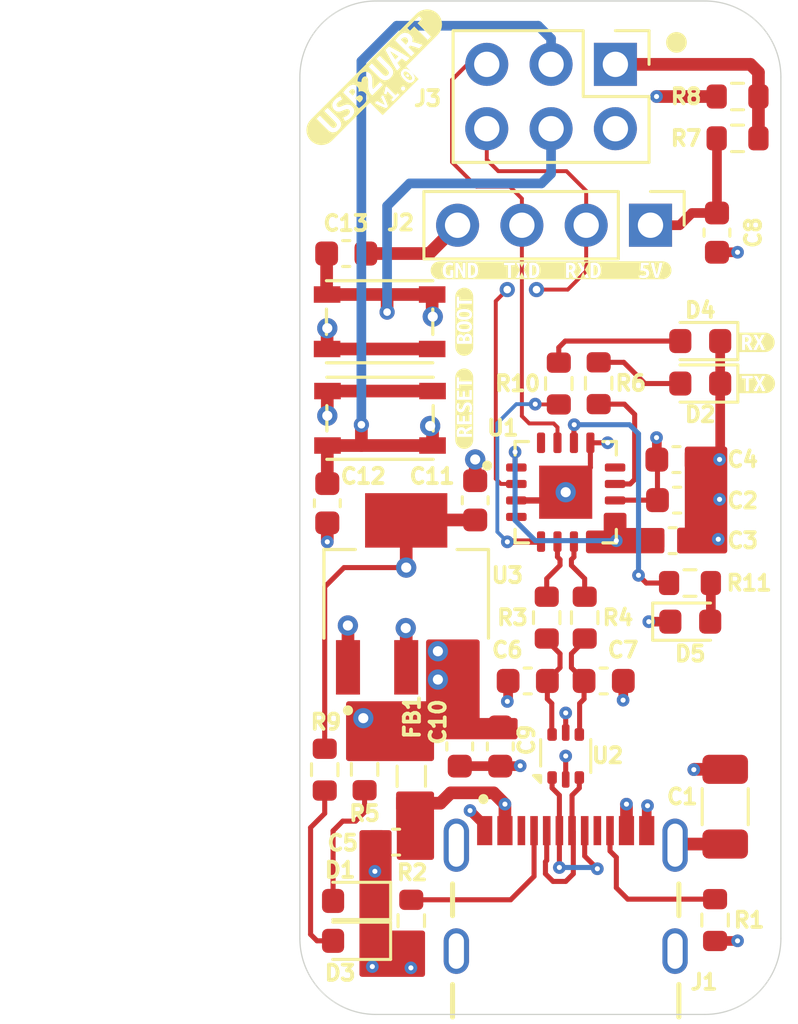
<source format=kicad_pcb>
(kicad_pcb (version 20240108) (generator "pcbnew") (generator_version "8.0")
  (layers (0 "F.Cu" signal) (1 "In1.Cu" signal) (2 "In2.Cu" signal) (31 "B.Cu" signal) (34 "B.Paste" user) (35 "F.Paste" user) (36 "B.SilkS" user "B.Silkscreen") (37 "F.SilkS" user "F.Silkscreen") (38 "B.Mask" user) (39 "F.Mask" user) (44 "Edge.Cuts" user))
  (net 0 "")
  (net 1 "GND")
  (net 2 "Net-(J1-SHELL_GND)")
  (net 3 "+5V")
  (net 4 "Net-(U1-3V3OUT)")
  (net 5 "/VBUS")
  (net 6 "/USB_P")
  (net 7 "/USB_N")
  (net 8 "+3V3")
  (net 9 "Net-(D1-A)")
  (net 10 "Net-(D2-A)")
  (net 11 "Net-(D3-A)")
  (net 12 "Net-(D4-A)")
  (net 13 "Net-(D5-A)")
  (net 15 "Net-(J1-CC2)")
  (net 17 "Net-(J1-CC1)")
  (net 18 "/TXD")
  (net 19 "/RXD")
  (net 20 "Net-(J3-Pin_1)")
  (net 21 "/USB2_P")
  (net 22 "/USB2_N")
  (net 23 "Net-(U1-CBUS1)")
  (net 24 "Net-(U1-CBUS2)")
  (net 25 "Net-(U1-CBUS3)")
  (net 29 "/D_P")
  (net 30 "/D_N")
  (footprint "Capacitor_SMD:C_0603_1608Metric" (layer "F.Cu") (at 134.9248 80.7082 90)
    (property "Reference" "C11" (at 0.9522 -1.7018 180) (layer "F.SilkS") (effects (font (size 0.6 0.6))))
    (property "Value" "1u")
    (pad "1" smd roundrect (at -0.775 0 90) (size 0.9 0.95) (layers "F.Cu" "F.Paste" "F.Mask") (net 8 "+3V3"))
    (pad "2" smd roundrect (at 0.775 0 90) (size 0.9 0.95) (layers "F.Cu" "F.Paste" "F.Mask") (net 1 "GND"))
  )
  (footprint "kibuzzard-676AD2A0" (layer "F.Cu") (at 146.05 74.4728)
    (property "Reference" "kibuzzard-676AD2A0" (hide yes))
    (property "Value" "G***" (hide yes))
  )
  (footprint "Capacitor_SMD:C_0603_1608Metric" (layer "F.Cu") (at 131.8 94.2 180)
    (property "Reference" "C5" (at 2.1076 -0.034 0) (layer "F.SilkS") (effects (font (size 0.6 0.6))))
    (property "Value" "100n")
    (pad "1" smd roundrect (at -0.775 0 180) (size 0.9 0.95) (layers "F.Cu" "F.Paste" "F.Mask") (net 5 "/VBUS"))
    (pad "2" smd roundrect (at 0.775 0 180) (size 0.9 0.95) (layers "F.Cu" "F.Paste" "F.Mask") (net 1 "GND"))
  )
  (footprint "LED_SMD:LED_0603_1608Metric" (layer "F.Cu") (at 143.8148 74.422 180)
    (property "Reference" "D4" (at 0 1.2192 0) (layer "F.SilkS") (effects (font (size 0.6 0.6))))
    (property "Value" "TX")
    (pad "1" smd roundrect (at -0.7875 0 180) (size 0.875 0.95) (layers "F.Cu" "F.Paste" "F.Mask") (net 1 "GND"))
    (pad "2" smd roundrect (at 0.7875 0 180) (size 0.875 0.95) (layers "F.Cu" "F.Paste" "F.Mask") (net 12 "Net-(D4-A)"))
  )
  (footprint "Capacitor_SMD:C_1206_3216Metric" (layer "F.Cu") (at 144.8 92.8 90)
    (property "Reference" "C1" (at 0.3948 -1.6964 180) (layer "F.SilkS") (effects (font (size 0.6 0.6))))
    (property "Value" "1n / 2kV")
    (pad "1" smd roundrect (at -1.475 0 90) (size 1.15 1.8) (layers "F.Cu" "F.Paste" "F.Mask") (roundrect_rratio 0.217391) (net 2 "Net-(J1-SHELL_GND)"))
    (pad "2" smd roundrect (at 1.475 0 90) (size 1.15 1.8) (layers "F.Cu" "F.Paste" "F.Mask") (roundrect_rratio 0.217391) (net 1 "GND"))
  )
  (footprint "Capacitor_SMD:C_0603_1608Metric" (layer "F.Cu") (at 129.0828 80.8228 -90)
    (property "Reference" "C12" (at -1.0668 -1.4224 180) (layer "F.SilkS") (effects (font (size 0.6 0.6))))
    (property "Value" "100n")
    (pad "1" smd roundrect (at -0.775 0 270) (size 0.9 0.95) (layers "F.Cu" "F.Paste" "F.Mask") (net 8 "+3V3"))
    (pad "2" smd roundrect (at 0.775 0 270) (size 0.9 0.95) (layers "F.Cu" "F.Paste" "F.Mask") (net 1 "GND"))
  )
  (footprint "Package_TO_SOT_SMD:SOT-666" (layer "F.Cu") (at 138.5 90.8 90)
    (property "Reference" "U2" (at 0.0204 1.6572 180) (layer "F.SilkS") (effects (font (size 0.6 0.6))))
    (property "Value" "USBLC6")
    (pad "1" smd roundrect (at -0.85 -0.5375 90) (size 0.5 0.375) (layers "F.Cu" "F.Paste" "F.Mask") (net 29 "/D_P"))
    (pad "2" smd roundrect (at -0.925 0 90) (size 0.65 0.3) (layers "F.Cu" "F.Paste" "F.Mask") (net 1 "GND"))
    (pad "3" smd roundrect (at -0.85 0.5375 90) (size 0.5 0.375) (layers "F.Cu" "F.Paste" "F.Mask") (net 30 "/D_N"))
    (pad "4" smd roundrect (at 0.85 0.5375 90) (size 0.5 0.375) (layers "F.Cu" "F.Paste" "F.Mask") (net 7 "/USB_N"))
    (pad "5" smd roundrect (at 0.925 0 90) (size 0.65 0.3) (layers "F.Cu" "F.Paste" "F.Mask") (net 3 "+5V"))
    (pad "6" smd roundrect (at 0.85 -0.5375 90) (size 0.5 0.375) (layers "F.Cu" "F.Paste" "F.Mask") (net 6 "/USB_P"))
  )
  (footprint "Inductor_SMD:L_0805_2012Metric" (layer "F.Cu") (at 132.4 91.6 90)
    (property "Reference" "FB1" (at 2.3444 0.0356 -90) (layer "F.SilkS") (effects (font (size 0.6 0.6))))
    (property "Value" "600R")
    (pad "1" smd roundrect (at -1.0625 0 90) (size 0.875 1.2) (layers "F.Cu" "F.Paste" "F.Mask") (net 5 "/VBUS"))
    (pad "2" smd roundrect (at 1.0625 0 90) (size 0.875 1.2) (layers "F.Cu" "F.Paste" "F.Mask") (net 3 "+5V"))
  )
  (footprint "Resistor_SMD:R_0603_1608Metric" (layer "F.Cu") (at 143.4084 83.9724)
    (property "Reference" "R11" (at 2.3368 0 0) (layer "F.SilkS") (effects (font (size 0.6 0.6))))
    (property "Value" "500R")
    (pad "1" smd roundrect (at -0.825 0) (size 0.8 0.95) (layers "F.Cu" "F.Paste" "F.Mask") (net 25 "Net-(U1-CBUS3)"))
    (pad "2" smd roundrect (at 0.825 0) (size 0.8 0.95) (layers "F.Cu" "F.Paste" "F.Mask") (net 13 "Net-(D5-A)"))
  )
  (footprint "LED_SMD:LED_0603_1608Metric" (layer "F.Cu") (at 143.8148 76.0984 180)
    (property "Reference" "D2" (at 0 -1.2192 0) (layer "F.SilkS") (effects (font (size 0.6 0.6))))
    (property "Value" "RX")
    (pad "1" smd roundrect (at -0.7875 0 180) (size 0.875 0.95) (layers "F.Cu" "F.Paste" "F.Mask") (net 1 "GND"))
    (pad "2" smd roundrect (at 0.7875 0 180) (size 0.875 0.95) (layers "F.Cu" "F.Paste" "F.Mask") (net 10 "Net-(D2-A)"))
  )
  (footprint "Capacitor_SMD:C_0603_1608Metric" (layer "F.Cu") (at 135.9152 90.424 -90)
    (property "Reference" "C9" (at -0.254 -1.0416 -90) (layer "F.SilkS") (effects (font (size 0.6 0.6))))
    (property "Value" "100n")
    (pad "1" smd roundrect (at -0.775 0 270) (size 0.9 0.95) (layers "F.Cu" "F.Paste" "F.Mask") (net 3 "+5V"))
    (pad "2" smd roundrect (at 0.775 0 270) (size 0.9 0.95) (layers "F.Cu" "F.Paste" "F.Mask") (net 1 "GND"))
  )
  (footprint "Resistor_SMD:R_0603_1608Metric" (layer "F.Cu") (at 138.2268 76.0984 90)
    (property "Reference" "R10" (at 0 -1.6256 180) (layer "F.SilkS") (effects (font (size 0.6 0.6))))
    (property "Value" "500R")
    (pad "1" smd roundrect (at -0.825 0 90) (size 0.8 0.95) (layers "F.Cu" "F.Paste" "F.Mask") (net 24 "Net-(U1-CBUS2)"))
    (pad "2" smd roundrect (at 0.825 0 90) (size 0.8 0.95) (layers "F.Cu" "F.Paste" "F.Mask") (net 12 "Net-(D4-A)"))
  )
  (footprint "Connector_PinHeader_2.54mm:PinHeader_1x04_P2.54mm_Vertical" (layer "F.Cu") (at 141.849 69.85 -90)
    (property "Reference" "J2" (at -0.1016 9.8706 180) (layer "F.SilkS") (effects (font (size 0.6 0.6))))
    (property "Value" "UART Header")
    (pad "1" thru_hole rect (at 0 0 270) (size 1.7 1.7) (drill 1) (layers "*.Cu" "*.Mask") (net 3 "+5V"))
    (pad "2" thru_hole oval (at 0 2.54 270) (size 1.7 1.7) (drill 1) (layers "*.Cu" "*.Mask") (net 19 "/RXD"))
    (pad "3" thru_hole oval (at 0 5.08 270) (size 1.7 1.7) (drill 1) (layers "*.Cu" "*.Mask") (net 18 "/TXD"))
    (pad "4" thru_hole oval (at 0 7.62 270) (size 1.7 1.7) (drill 1) (layers "*.Cu" "*.Mask") (net 1 "GND"))
  )
  (footprint "Capacitor_SMD:C_0603_1608Metric" (layer "F.Cu") (at 137 87.8375 180)
    (property "Reference" "C6" (at 0.8052 1.2235 0) (layer "F.SilkS") (effects (font (size 0.6 0.6))))
    (property "Value" "47p")
    (pad "1" smd roundrect (at -0.775 0 180) (size 0.9 0.95) (layers "F.Cu" "F.Paste" "F.Mask") (net 6 "/USB_P"))
    (pad "2" smd roundrect (at 0.775 0 180) (size 0.9 0.95) (layers "F.Cu" "F.Paste" "F.Mask") (net 1 "GND"))
  )
  (footprint "kibuzzard-676ADB82" (layer "F.Cu") (at 134.493 77.089 90)
    (property "Reference" "kibuzzard-676ADB82" (hide yes))
    (property "Value" "G***" (hide yes))
  )
  (footprint "Resistor_SMD:R_0603_1608Metric" (layer "F.Cu") (at 145.288 64.77)
    (property "Reference" "R8" (at -2.032 0 0) (layer "F.SilkS") (effects (font (size 0.6 0.6))))
    (property "Value" "0R")
    (pad "1" smd roundrect (at -0.825 0) (size 0.8 0.95) (layers "F.Cu" "F.Paste" "F.Mask") (net 8 "+3V3"))
    (pad "2" smd roundrect (at 0.825 0) (size 0.8 0.95) (layers "F.Cu" "F.Paste" "F.Mask") (net 20 "Net-(J3-Pin_1)"))
  )
  (footprint "LED_SMD:LED_0603_1608Metric" (layer "F.Cu") (at 130.0988 96.52 180)
    (property "Reference" "D1" (at 0.508 1.2192 0) (layer "F.SilkS") (effects (font (size 0.6 0.6))))
    (property "Value" "5V POWER")
    (pad "1" smd roundrect (at -0.7875 0 180) (size 0.875 0.95) (layers "F.Cu" "F.Paste" "F.Mask") (net 1 "GND"))
    (pad "2" smd roundrect (at 0.7875 0 180) (size 0.875 0.95) (layers "F.Cu" "F.Paste" "F.Mask") (net 9 "Net-(D1-A)"))
  )
  (footprint "kibuzzard-676AD395" (layer "F.Cu") (at 130.937 64.008 45)
    (property "Reference" "kibuzzard-676AD395" (hide yes))
    (property "Value" "G***" (hide yes))
  )
  (footprint "Resistor_SMD:R_0603_1608Metric" (layer "F.Cu") (at 130.556 91.3262 -90)
    (property "Reference" "R5" (at 1.7394 0 180) (layer "F.SilkS") (effects (font (size 0.6 0.6))))
    (property "Value" "500R")
    (pad "1" smd roundrect (at -0.825 0 270) (size 0.8 0.95) (layers "F.Cu" "F.Paste" "F.Mask") (net 3 "+5V"))
    (pad "2" smd roundrect (at 0.825 0 270) (size 0.8 0.95) (layers "F.Cu" "F.Paste" "F.Mask") (net 9 "Net-(D1-A)"))
  )
  (footprint "Capacitor_SMD:C_0603_1608Metric" (layer "F.Cu") (at 142.875 79.1)
    (property "Reference" "C4" (at 2.6162 -0.0044 0) (layer "F.SilkS") (effects (font (size 0.6 0.6))))
    (property "Value" "4u7")
    (pad "1" smd roundrect (at -0.775 0) (size 0.9 0.95) (layers "F.Cu" "F.Paste" "F.Mask") (net 3 "+5V"))
    (pad "2" smd roundrect (at 0.775 0) (size 0.9 0.95) (layers "F.Cu" "F.Paste" "F.Mask") (net 1 "GND"))
  )
  (footprint "LED_SMD:LED_0603_1608Metric" (layer "F.Cu") (at 143.4206 85.4964)
    (property "Reference" "D5" (at 0 1.27 0) (layer "F.SilkS") (effects (font (size 0.6 0.6))))
    (property "Value" "SUSPEND")
    (pad "1" smd roundrect (at -0.7875 0) (size 0.875 0.95) (layers "F.Cu" "F.Paste" "F.Mask") (net 1 "GND"))
    (pad "2" smd roundrect (at 0.7875 0) (size 0.875 0.95) (layers "F.Cu" "F.Paste" "F.Mask") (net 13 "Net-(D5-A)"))
  )
  (footprint "Capacitor_SMD:C_0603_1608Metric" (layer "F.Cu") (at 134.3152 90.424 -90)
    (property "Reference" "C10" (at -0.9652 0.8636 -90) (layer "F.SilkS") (effects (font (size 0.6 0.6))))
    (property "Value" "1u")
    (pad "1" smd roundrect (at -0.775 0 270) (size 0.9 0.95) (layers "F.Cu" "F.Paste" "F.Mask") (net 3 "+5V"))
    (pad "2" smd roundrect (at 0.775 0 270) (size 0.9 0.95) (layers "F.Cu" "F.Paste" "F.Mask") (net 1 "GND"))
  )
  (footprint "Connector_PinHeader_2.54mm:PinHeader_2x03_P2.54mm_Vertical" (layer "F.Cu") (at 140.462 63.5 -90)
    (property "Reference" "J3" (at 1.3462 7.4168 180) (layer "F.SilkS") (effects (font (size 0.6 0.6))))
    (property "Value" "TC2030")
    (pad "1" thru_hole rect (at 0 0 270) (size 1.7 1.7) (drill 1) (layers "*.Cu" "*.Mask") (net 20 "Net-(J3-Pin_1)"))
    (pad "2" thru_hole oval (at 2.54 0 270) (size 1.7 1.7) (drill 1) (layers "*.Cu" "*.Mask") (net 1 "GND"))
    (pad "3" thru_hole oval (at 0 2.54 270) (size 1.7 1.7) (drill 1) (layers "*.Cu" "*.Mask") (net 8 "+3V3"))
    (pad "4" thru_hole oval (at 2.54 2.54 270) (size 1.7 1.7) (drill 1) (layers "*.Cu" "*.Mask") (net 8 "+3V3"))
    (pad "5" thru_hole oval (at 0 5.08 270) (size 1.7 1.7) (drill 1) (layers "*.Cu" "*.Mask") (net 18 "/TXD"))
    (pad "6" thru_hole oval (at 2.54 5.08 270) (size 1.7 1.7) (drill 1) (layers "*.Cu" "*.Mask") (net 19 "/RXD"))
  )
  (footprint "USB2UART:USB4105" (layer "F.Cu") (at 138.5 98.5)
    (property "Reference" "J1" (at 5.4672 1.2204 0) (layer "F.SilkS") (effects (font (size 0.6 0.6))))
    (property "Value" "USB4105")
    (pad "" np_thru_hole circle (at -2.89 -3.68) (size 0.65 0.65) (drill 0.65) (layers "*.Cu" "*.Mask"))
    (pad "" np_thru_hole circle (at 2.89 -3.68) (size 0.65 0.65) (drill 0.65) (layers "*.Cu" "*.Mask"))
    (pad "A1_B12" smd rect (at -3.2 -4.755) (size 0.6 1.15) (layers "F.Cu" "F.Paste") (net 1 "GND"))
    (pad "A4_B9" smd rect (at -2.4 -4.755) (size 0.6 1.15) (layers "F.Cu" "F.Paste") (net 5 "/VBUS"))
    (pad "A5" smd rect (at -1.25 -4.755) (size 0.3 1.15) (layers "F.Cu" "F.Paste") (net 17 "Net-(J1-CC1)"))
    (pad "A6" smd rect (at -0.25 -4.755) (size 0.3 1.15) (layers "F.Cu" "F.Paste") (net 29 "/D_P"))
    (pad "A7" smd rect (at 0.25 -4.755) (size 0.3 1.15) (layers "F.Cu" "F.Paste") (net 30 "/D_N"))
    (pad "A8" smd rect (at 1.25 -4.755) (size 0.3 1.15) (layers "F.Cu" "F.Paste"))
    (pad "B1_A12" smd rect (at 3.2 -4.755) (size 0.6 1.15) (layers "F.Cu" "F.Paste") (net 1 "GND"))
    (pad "B4_A9" smd rect (at 2.4 -4.755) (size 0.6 1.15) (layers "F.Cu" "F.Paste") (net 5 "/VBUS"))
    (pad "B5" smd rect (at 1.75 -4.755) (size 0.3 1.15) (layers "F.Cu" "F.Paste") (net 15 "Net-(J1-CC2)"))
    (pad "B6" smd rect (at 0.75 -4.755) (size 0.3 1.15) (layers "F.Cu" "F.Paste") (net 29 "/D_P"))
    (pad "B7" smd rect (at -0.75 -4.755) (size 0.3 1.15) (layers "F.Cu" "F.Paste") (net 30 "/D_N"))
    (pad "B8" smd rect (at -1.75 -4.755) (size 0.3 1.15) (layers "F.Cu" "F.Paste"))
    (pad "SH1" thru_hole oval (at -4.32 -4.18) (size 1 2.1) (drill oval 0.6 1.7) (layers "*.Cu" "*.Mask") (net 2 "Net-(J1-SHELL_GND)"))
    (pad "SH2" thru_hole oval (at 4.32 -4.18) (size 1 2.1) (drill oval 0.6 1.7) (layers "*.Cu" "*.Mask") (net 2 "Net-(J1-SHELL_GND)"))
    (pad "SH3" thru_hole oval (at -4.32 0) (size 1 1.8) (drill oval 0.6 1.4) (layers "*.Cu" "*.Mask") (net 2 "Net-(J1-SHELL_GND)"))
    (pad "SH4" thru_hole oval (at 4.32 0) (size 1 1.8) (drill oval 0.6 1.4) (layers "*.Cu" "*.Mask") (net 2 "Net-(J1-SHELL_GND)"))
  )
  (footprint "LED_SMD:LED_0603_1608Metric" (layer "F.Cu") (at 130.0988 98.0948 180)
    (property "Reference" "D3" (at 0.508 -1.27 0) (layer "F.SilkS") (effects (font (size 0.6 0.6))))
    (property "Value" "3V3 POWER")
    (pad "1" smd roundrect (at -0.7875 0 180) (size 0.875 0.95) (layers "F.Cu" "F.Paste" "F.Mask") (net 1 "GND"))
    (pad "2" smd roundrect (at 0.7875 0 180) (size 0.875 0.95) (layers "F.Cu" "F.Paste" "F.Mask") (net 11 "Net-(D3-A)"))
  )
  (footprint "Capacitor_SMD:C_0603_1608Metric" (layer "F.Cu") (at 142.725 82.3)
    (property "Reference" "C3" (at 2.7662 -0.004 0) (layer "F.SilkS") (effects (font (size 0.6 0.6))))
    (property "Value" "100n")
    (pad "1" smd roundrect (at -0.775 0) (size 0.9 0.95) (layers "F.Cu" "F.Paste" "F.Mask") (net 4 "Net-(U1-3V3OUT)"))
    (pad "2" smd roundrect (at 0.775 0) (size 0.9 0.95) (layers "F.Cu" "F.Paste" "F.Mask") (net 1 "GND"))
  )
  (footprint "Capacitor_SMD:C_0603_1608Metric" (layer "F.Cu") (at 144.4752 70.1418 -90)
    (property "Reference" "C8" (at 0 -1.43 90) (layer "F.SilkS") (effects (font (size 0.6 0.6))))
    (property "Value" "100n")
    (pad "1" smd roundrect (at -0.775 0 270) (size 0.9 0.95) (layers "F.Cu" "F.Paste" "F.Mask") (net 3 "+5V"))
    (pad "2" smd roundrect (at 0.775 0 270) (size 0.9 0.95) (layers "F.Cu" "F.Paste" "F.Mask") (net 1 "GND"))
  )
  (footprint "Capacitor_SMD:C_0603_1608Metric" (layer "F.Cu") (at 142.9 80.7)
    (property "Reference" "C2" (at 2.5912 0.0212 0) (layer "F.SilkS") (effects (font (size 0.6 0.6))))
    (property "Value" "100n")
    (pad "1" smd roundrect (at -0.775 0) (size 0.9 0.95) (layers "F.Cu" "F.Paste" "F.Mask") (net 3 "+5V"))
    (pad "2" smd roundrect (at 0.775 0) (size 0.9 0.95) (layers "F.Cu" "F.Paste" "F.Mask") (net 1 "GND"))
  )
  (footprint "USB2UART:VREG_TLV1117LV33DCYR" (layer "F.Cu") (at 132.2 84.4 90)
    (property "Reference" "U3" (at 0.7324 3.9948 180) (layer "F.SilkS") (effects (font (size 0.6 0.6))))
    (property "Value" "TLV1117")
    (pad "1" smd rect (at -2.9 -2.3 90) (size 2.15 0.95) (layers "F.Cu" "F.Paste" "F.Mask") (net 1 "GND"))
    (pad "2" smd rect (at -2.9 0 90) (size 2.15 0.95) (layers "F.Cu" "F.Paste" "F.Mask") (net 8 "+3V3"))
    (pad "3" smd rect (at -2.9 2.3 90) (size 2.15 0.95) (layers "F.Cu" "F.Paste" "F.Mask") (net 3 "+5V"))
    (pad "4" smd rect (at 2.9 0 90) (size 2.15 3.25) (layers "F.Cu" "F.Paste" "F.Mask") (net 8 "+3V3"))
  )
  (footprint "USB2UART:FT230XQ-QFN65P" (layer "F.Cu") (at 138.5 80.3875)
    (property "Reference" "U1" (at -2.483 -2.5365 0) (layer "F.SilkS") (effects (font (size 0.6 0.6))))
    (property "Value" "FT230")
    (pad "1" smd roundrect (at -1.95 -0.975) (size 0.81 0.32) (layers "F.Cu" "F.Paste" "F.Mask") (net 4 "Net-(U1-3V3OUT)"))
    (pad "2" smd roundrect (at -1.95 -0.325) (size 0.81 0.32) (layers "F.Cu" "F.Paste" "F.Mask") (net 19 "/RXD"))
    (pad "3" smd roundrect (at -1.95 0.325) (size 0.81 0.32) (layers "F.Cu" "F.Paste" "F.Mask") (net 1 "GND"))
    (pad "4" smd roundrect (at -1.95 0.975) (size 0.81 0.32) (layers "F.Cu" "F.Paste" "F.Mask"))
    (pad "5" smd roundrect (at -0.975 1.95) (size 0.32 0.81) (layers "F.Cu" "F.Paste" "F.Mask") (net 24 "Net-(U1-CBUS2)"))
    (pad "6" smd roundrect (at -0.325 1.95) (size 0.32 0.81) (layers "F.Cu" "F.Paste" "F.Mask") (net 21 "/USB2_P"))
    (pad "7" smd roundrect (at 0.325 1.95) (size 0.32 0.81) (layers "F.Cu" "F.Paste" "F.Mask") (net 22 "/USB2_N"))
    (pad "8" smd roundrect (at 0.975 1.95) (size 0.32 0.81) (layers "F.Cu" "F.Paste" "F.Mask") (net 4 "Net-(U1-3V3OUT)"))
    (pad "9" smd roundrect (at 1.95 0.975) (size 0.81 0.32) (layers "F.Cu" "F.Paste" "F.Mask") (net 4 "Net-(U1-3V3OUT)"))
    (pad "10" smd roundrect (at 1.95 0.325) (size 0.81 0.32) (layers "F.Cu" "F.Paste" "F.Mask") (net 3 "+5V"))
    (pad "11" smd roundrect (at 1.95 -0.325) (size 0.81 0.32) (layers "F.Cu" "F.Paste" "F.Mask") (net 23 "Net-(U1-CBUS1)"))
    (pad "12" smd roundrect (at 1.95 -0.975) (size 0.81 0.32) (layers "F.Cu" "F.Paste" "F.Mask"))
    (pad "13" smd roundrect (at 0.975 -1.95) (size 0.32 0.81) (layers "F.Cu" "F.Paste" "F.Mask") (net 1 "GND"))
    (pad "14" smd roundrect (at 0.325 -1.95) (size 0.32 0.81) (layers "F.Cu" "F.Paste" "F.Mask") (net 25 "Net-(U1-CBUS3)"))
    (pad "15" smd roundrect (at -0.325 -1.95) (size 0.32 0.81) (layers "F.Cu" "F.Paste" "F.Mask") (net 18 "/TXD"))
    (pad "16" smd roundrect (at -0.975 -1.95) (size 0.32 0.81) (layers "F.Cu" "F.Paste" "F.Mask"))
    (pad "17" smd rect (at 0 0) (size 2.1 2.1) (layers "F.Cu" "F.Mask") (net 1 "GND"))
  )
  (footprint "Resistor_SMD:R_0603_1608Metric" (layer "F.Cu") (at 145.288 66.421)
    (property "Reference" "R7" (at -2.032 0 0) (layer "F.SilkS") (effects (font (size 0.6 0.6))))
    (property "Value" "0R")
    (pad "1" smd roundrect (at -0.825 0) (size 0.8 0.95) (layers "F.Cu" "F.Paste" "F.Mask") (net 3 "+5V"))
    (pad "2" smd roundrect (at 0.825 0) (size 0.8 0.95) (layers "F.Cu" "F.Paste" "F.Mask") (net 20 "Net-(J3-Pin_1)"))
  )
  (footprint "Resistor_SMD:R_0603_1608Metric" (layer "F.Cu") (at 139.8016 76.0862 90)
    (property "Reference" "R6" (at 0 1.27 180) (layer "F.SilkS") (effects (font (size 0.6 0.6))))
    (property "Value" "500R")
    (pad "1" smd roundrect (at -0.825 0 90) (size 0.8 0.95) (layers "F.Cu" "F.Paste" "F.Mask") (net 23 "Net-(U1-CBUS1)"))
    (pad "2" smd roundrect (at 0.825 0 90) (size 0.8 0.95) (layers "F.Cu" "F.Paste" "F.Mask") (net 10 "Net-(D2-A)"))
  )
  (footprint "USB2UART:SW_PTS810_SJM_250_SMTR_LFS" (layer "F.Cu") (at 131.1656 77.47 180)
    (property "Reference" "SW2" (hide yes))
    (property "Value" "EN")
    (pad "1" smd rect (at -2.075 -1.075 180) (size 1.05 0.65) (layers "F.Cu" "F.Paste" "F.Mask") (net 8 "+3V3"))
    (pad "2" smd rect (at 2.075 -1.075 180) (size 1.05 0.65) (layers "F.Cu" "F.Paste" "F.Mask") (net 8 "+3V3"))
    (pad "3" smd rect (at -2.075 1.075 180) (size 1.05 0.65) (layers "F.Cu" "F.Paste" "F.Mask") (net 1 "GND"))
    (pad "4" smd rect (at 2.075 1.075 180) (size 1.05 0.65) (layers "F.Cu" "F.Paste" "F.Mask") (net 1 "GND"))
  )
  (footprint "USB2UART:SW_PTS810_SJM_250_SMTR_LFS" (layer "F.Cu") (at 131.1495 73.66)
    (property "Reference" "SW1" (hide yes))
    (property "Value" "BOOT")
    (pad "1" smd rect (at -2.075 -1.075) (size 1.05 0.65) (layers "F.Cu" "F.Paste" "F.Mask") (net 8 "+3V3"))
    (pad "2" smd rect (at 2.075 -1.075) (size 1.05 0.65) (layers "F.Cu" "F.Paste" "F.Mask") (net 8 "+3V3"))
    (pad "3" smd rect (at -2.075 1.075) (size 1.05 0.65) (layers "F.Cu" "F.Paste" "F.Mask") (net 1 "GND"))
    (pad "4" smd rect (at 2.075 1.075) (size 1.05 0.65) (layers "F.Cu" "F.Paste" "F.Mask") (net 1 "GND"))
  )
  (footprint "kibuzzard-676AD42F" (layer "F.Cu") (at 137.922 71.628)
    (property "Reference" "kibuzzard-676AD42F" (hide yes))
    (property "Value" "G***" (hide yes))
  )
  (footprint "Capacitor_SMD:C_0603_1608Metric" (layer "F.Cu") (at 140 87.8375)
    (property "Reference" "C7" (at 0.7668 -1.2235 0) (layer "F.SilkS") (effects (font (size 0.6 0.6))))
    (property "Value" "47p")
    (pad "1" smd roundrect (at -0.775 0) (size 0.9 0.95) (layers "F.Cu" "F.Paste" "F.Mask") (net 7 "/USB_N"))
    (pad "2" smd roundrect (at 0.775 0) (size 0.9 0.95) (layers "F.Cu" "F.Paste" "F.Mask") (net 1 "GND"))
  )
  (footprint "kibuzzard-676AD3C3" (layer "F.Cu") (at 131.699 64.516 45)
    (property "Reference" "kibuzzard-676AD3C3" (hide yes))
    (property "Value" "G***" (hide yes))
  )
  (footprint "Resistor_SMD:R_0603_1608Metric" (layer "F.Cu") (at 144.4 97.275 -90)
    (property "Reference" "R1" (at 0 -1.3452 180) (layer "F.SilkS") (effects (font (size 0.6 0.6))))
    (property "Value" "5K1")
    (pad "1" smd roundrect (at -0.825 0 270) (size 0.8 0.95) (layers "F.Cu" "F.Paste" "F.Mask") (net 15 "Net-(J1-CC2)"))
    (pad "2" smd roundrect (at 0.825 0 270) (size 0.8 0.95) (layers "F.Cu" "F.Paste" "F.Mask") (net 1 "GND"))
  )
  (footprint "kibuzzard-676ADB76" (layer "F.Cu") (at 134.493 73.66 90)
    (property "Reference" "kibuzzard-676ADB76" (hide yes))
    (property "Value" "G***" (hide yes))
  )
  (footprint "Resistor_SMD:R_0603_1608Metric" (layer "F.Cu") (at 137.75 85.3375 90)
    (property "Reference" "R3" (at 0 -1.352 180) (layer "F.SilkS") (effects (font (size 0.6 0.6))))
    (property "Value" "27R")
    (pad "1" smd roundrect (at -0.825 0 90) (size 0.8 0.95) (layers "F.Cu" "F.Paste" "F.Mask") (net 6 "/USB_P"))
    (pad "2" smd roundrect (at 0.825 0 90) (size 0.8 0.95) (layers "F.Cu" "F.Paste" "F.Mask") (net 21 "/USB2_P"))
  )
  (footprint "Capacitor_SMD:C_0603_1608Metric" (layer "F.Cu") (at 129.8318 70.9676)
    (property "Reference" "C13" (at -0.0124 -1.1938 0) (layer "F.SilkS") (effects (font (size 0.6 0.6))))
    (property "Value" "100n")
    (pad "1" smd roundrect (at -0.775 0) (size 0.9 0.95) (layers "F.Cu" "F.Paste" "F.Mask") (net 8 "+3V3"))
    (pad "2" smd roundrect (at 0.775 0) (size 0.9 0.95) (layers "F.Cu" "F.Paste" "F.Mask") (net 1 "GND"))
  )
  (footprint "Resistor_SMD:R_0603_1608Metric" (layer "F.Cu") (at 139.25 85.3375 90)
    (property "Reference" "R4" (at 0 1.3136 180) (layer "F.SilkS") (effects (font (size 0.6 0.6))))
    (property "Value" "27R")
    (pad "1" smd roundrect (at -0.825 0 90) (size 0.8 0.95) (layers "F.Cu" "F.Paste" "F.Mask") (net 7 "/USB_N"))
    (pad "2" smd roundrect (at 0.825 0 90) (size 0.8 0.95) (layers "F.Cu" "F.Paste" "F.Mask") (net 22 "/USB2_N"))
  )
  (footprint "Resistor_SMD:R_0603_1608Metric" (layer "F.Cu") (at 128.9812 91.3384 -90)
    (property "Reference" "R9" (at -1.8796 -0.0508 180) (layer "F.SilkS") (effects (font (size 0.6 0.6))))
    (property "Value" "500R")
    (pad "1" smd roundrect (at -0.825 0 270) (size 0.8 0.95) (layers "F.Cu" "F.Paste" "F.Mask") (net 8 "+3V3"))
    (pad "2" smd roundrect (at 0.825 0 270) (size 0.8 0.95) (layers "F.Cu" "F.Paste" "F.Mask") (net 11 "Net-(D3-A)"))
  )
  (footprint "Resistor_SMD:R_0603_1608Metric" (layer "F.Cu") (at 132.4 97.3 -90)
    (property "Reference" "R2" (at -1.8976 -0.0356 180) (layer "F.SilkS") (effects (font (size 0.6 0.6))))
    (property "Value" "5K1")
    (pad "1" smd roundrect (at -0.825 0 270) (size 0.8 0.95) (layers "F.Cu" "F.Paste" "F.Mask") (net 17 "Net-(J1-CC1)"))
    (pad "2" smd roundrect (at 0.825 0 270) (size 0.8 0.95) (layers "F.Cu" "F.Paste" "F.Mask") (net 1 "GND"))
  )
  (footprint "kibuzzard-676AD2BA" (layer "F.Cu") (at 146.05 76.0984)
    (property "Reference" "kibuzzard-676AD2BA" (hide yes))
    (property "Value" "G***" (hide yes))
  )
  (gr_circle (center 142.875 62.63279) (end 143.23421 62.63279) (stroke (width 0.1)) (fill solid) (layer "F.SilkS"))
  (gr_line (start 144 101) (end 131 101) (stroke (width 0.05)) (layer "Edge.Cuts"))
  (gr_line (start 147 64) (end 147 98) (stroke (width 0.05)) (layer "Edge.Cuts"))
  (gr_arc (start 144 61) (mid 146.12132 61.87868) (end 147 64) (stroke (width 0.05)) (layer "Edge.Cuts"))
  (gr_arc (start 131 101) (mid 128.87868 100.12132) (end 128 98) (stroke (width 0.05)) (layer "Edge.Cuts"))
  (gr_arc (start 147 98) (mid 146.12132 100.12132) (end 144 101) (stroke (width 0.05)) (layer "Edge.Cuts"))
  (gr_line (start 131 61) (end 144 61) (stroke (width 0.05)) (layer "Edge.Cuts"))
  (gr_arc (start 128 64) (mid 128.87868 61.87868) (end 131 61) (stroke (width 0.05)) (layer "Edge.Cuts"))
  (gr_line (start 128 98) (end 128 64) (stroke (width 0.05)) (layer "Edge.Cuts"))
  (segment (start 133.1114 70.9676) (end 134.229 69.85) (width 0.5) (layer "F.Cu") (net 1))
  (segment (start 140.1549 78.4375) (end 140.1572 78.4352) (width 0.2) (layer "F.Cu") (net 1))
  (segment (start 136.6898 91.199) (end 136.7028 91.186) (width 0.381) (layer "F.Cu") (net 1))
  (segment (start 135.9152 91.199) (end 136.6898 91.199) (width 0.381) (layer "F.Cu") (net 1))
  (segment (start 134.9248 79.9332) (end 134.9248 79.0956) (width 0.5) (layer "F.Cu") (net 1))
  (segment (start 141.7 93.745) (end 141.7 92.7928) (width 0.381) (layer "F.Cu") (net 1))
  (segment (start 144.4752 70.9168) (end 145.288 70.9168) (width 0.381) (layer "F.Cu") (net 1))
  (segment (start 134.3152 91.199) (end 135.9152 91.199) (width 0.381) (layer "F.Cu") (net 1))
  (segment (start 135.3 93.5312) (end 134.7216 92.9528) (width 0.381) (layer "F.Cu") (net 1))
  (segment (start 129.0828 76.4028) (end 129.0828 77.3684) (width 0.5) (layer "F.Cu") (net 1))
  (segment (start 138.5 91.725) (end 138.5 90.8) (width 0.2) (layer "F.Cu") (net 1))
  (segment (start 136.225 87.8375) (end 136.225 88.6158) (width 0.381) (layer "F.Cu") (net 1))
  (segment (start 140.775 87.8375) (end 140.775 88.587) (width 0.381) (layer "F.Cu") (net 1))
  (segment (start 129.0745 73.9223) (end 129.0828 73.914) (width 0.5) (layer "F.Cu") (net 1))
  (segment (start 129.9 85.6532) (end 129.8956 85.6488) (width 0.5) (layer "F.Cu") (net 1))
  (segment (start 129.0745 74.735) (end 133.2245 74.735) (width 0.5) (layer "F.Cu") (net 1))
  (segment (start 143.5742 91.325) (end 143.5608 91.3384) (width 0.5) (layer "F.Cu") (net 1))
  (segment (start 142.6331 85.4964) (end 141.7828 85.4964) (width 0.381) (layer "F.Cu") (net 1))
  (segment (start 144.8 91.325) (end 143.5742 91.325) (width 0.5) (layer "F.Cu") (net 1))
  (segment (start 139.475 79.4125) (end 138.5 80.3875) (width 0.2) (layer "F.Cu") (net 1))
  (segment (start 144.6023 74.422) (end 144.6023 76.0984) (width 0.381) (layer "F.Cu") (net 1))
  (segment (start 144.6023 79.0701) (end 144.5768 79.0956) (width 0.381) (layer "F.Cu") (net 1))
  (segment (start 140.775 88.587) (end 140.7668 88.5952) (width 0.381) (layer "F.Cu") (net 1))
  (segment (start 139.475 78.4375) (end 140.1549 78.4375) (width 0.2) (layer "F.Cu") (net 1))
  (segment (start 129.0745 74.735) (end 129.0745 73.9223) (width 0.5) (layer "F.Cu") (net 1))
  (segment (start 144.6023 76.0984) (end 144.6023 79.0701) (width 0.381) (layer "F.Cu") (net 1))
  (segment (start 136.55 80.7125) (end 138.175 80.7125) (width 0.25) (layer "F.Cu") (net 1))
  (segment (start 129.0906 76.395) (end 129.0828 76.4028) (width 0.5) (layer "F.Cu") (net 1))
  (segment (start 129.0828 81.5978) (end 129.0828 82.3468) (width 0.5) (layer "F.Cu") (net 1))
  (segment (start 129.9 87.3) (end 129.9 85.6532) (width 0.5) (layer "F.Cu") (net 1))
  (segment (start 138.175 80.7125) (end 138.5 80.3875) (width 0.25) (layer "F.Cu") (net 1))
  (segment (start 145.2828 98.1) (end 145.288 98.0948) (width 0.381) (layer "F.Cu") (net 1))
  (segment (start 144.4 98.1) (end 145.2828 98.1) (width 0.381) (layer "F.Cu") (net 1))
  (segment (start 139.475 78.4375) (end 139.475 79.4125) (width 0.2) (layer "F.Cu") (net 1))
  (segment (start 136.225 88.6158) (end 136.1948 88.646) (width 0.381) (layer "F.Cu") (net 1))
  (segment (start 135.3 93.745) (end 135.3 93.5312) (width 0.381) (layer "F.Cu") (net 1))
  (segment (start 141.7 92.7928) (end 141.732 92.7608) (width 0.381) (layer "F.Cu") (net 1))
  (segment (start 129.0906 76.395) (end 133.2406 76.395) (width 0.5) (layer "F.Cu") (net 1))
  (segment (start 130.6068 70.9676) (end 133.1114 70.9676) (width 0.5) (layer "F.Cu") (net 1))
  (via (at 144.5768 79.0956) (size 0.5) (drill 0.2) (layers "F.Cu" "B.Cu") (net 1))
  (via (at 145.288 70.9168) (size 0.5) (drill 0.2) (layers "F.Cu" "B.Cu") (net 1))
  (via (at 144.5768 80.6704) (size 0.5) (drill 0.2) (layers "F.Cu" "B.Cu") (net 1))
  (via (at 138.5 80.3875) (size 0.8) (drill 0.4) (layers "F.Cu" "B.Cu") (net 1))
  (via (at 143.5608 91.3384) (size 0.5) (drill 0.2) (layers "F.Cu" "B.Cu") (net 1))
  (via (at 136.7028 91.186) (size 0.5) (drill 0.2) (layers "F.Cu" "B.Cu") (net 1))
  (via (at 129.0828 77.3684) (size 0.8) (drill 0.4) (layers "F.Cu" "B.Cu") (net 1))
  (via (at 145.288 98.0948) (size 0.5) (drill 0.2) (layers "F.Cu" "B.Cu") (net 1))
  (via (at 129.8956 85.6488) (size 0.8) (drill 0.4) (layers "F.Cu" "B.Cu") (net 1))
  (via (at 134.9248 79.0956) (size 0.8) (drill 0.4) (layers "F.Cu" "B.Cu") (net 1))
  (via (at 138.5 90.8) (size 0.5) (drill 0.2) (layers "F.Cu" "B.Cu") (net 1))
  (via (at 129.0828 82.3468) (size 0.5) (drill 0.2) (layers "F.Cu" "B.Cu") (net 1))
  (via (at 140.1572 78.4352) (size 0.5) (drill 0.2) (layers "F.Cu" "B.Cu") (net 1))
  (via (at 129.0828 73.914) (size 0.8) (drill 0.4) (layers "F.Cu" "B.Cu") (net 1))
  (via (at 130.9624 95.3516) (size 0.5) (drill 0.2) (layers "F.Cu" "B.Cu") (net 1))
  (via (at 136.1948 88.646) (size 0.5) (drill 0.2) (layers "F.Cu" "B.Cu") (net 1))
  (via (at 132.3848 99.1616) (size 0.5) (drill 0.2) (layers "F.Cu" "B.Cu") (net 1))
  (via (at 141.732 92.7608) (size 0.5) (drill 0.2) (layers "F.Cu" "B.Cu") (net 1))
  (via (at 141.7828 85.4964) (size 0.5) (drill 0.2) (layers "F.Cu" "B.Cu") (net 1))
  (via (at 140.7668 88.5952) (size 0.5) (drill 0.2) (layers "F.Cu" "B.Cu") (net 1))
  (via (at 134.7216 92.9528) (size 0.5) (drill 0.2) (layers "F.Cu" "B.Cu") (net 1))
  (via (at 130.8608 99.1108) (size 0.5) (drill 0.2) (layers "F.Cu" "B.Cu") (net 1))
  (via (at 144.526 82.2452) (size 0.5) (drill 0.2) (layers "F.Cu" "B.Cu") (net 1))
  (segment (start 142.865 94.275) (end 142.82 94.32) (width 0.5) (layer "F.Cu") (net 2))
  (segment (start 144.8 94.275) (end 142.865 94.275) (width 0.5) (layer "F.Cu") (net 2))
  (segment (start 138.5 89.875) (end 138.5 89.1) (width 0.2) (layer "F.Cu") (net 3))
  (segment (start 142.1 78.2444) (end 142.0876 78.232) (width 0.381) (layer "F.Cu") (net 3))
  (segment (start 144.4752 69.3668) (end 143.4852 69.3668) (width 0.381) (layer "F.Cu") (net 3))
  (segment (start 143.002 69.85) (end 141.849 69.85) (width 0.381) (layer "F.Cu") (net 3))
  (segment (start 142.1 79.1) (end 142.1 78.2444) (width 0.381) (layer "F.Cu") (net 3))
  (segment (start 144.4752 66.4332) (end 144.463 66.421) (width 0.381) (layer "F.Cu") (net 3))
  (segment (start 140.4625 80.7) (end 140.45 80.7125) (width 0.2) (layer "F.Cu") (net 3))
  (segment (start 143.4852 69.3668) (end 143.002 69.85) (width 0.381) (layer "F.Cu") (net 3))
  (segment (start 142.125 79.1) (end 142.125 80.7) (width 0.2) (layer "F.Cu") (net 3))
  (segment (start 142.125 80.7) (end 140.4625 80.7) (width 0.2) (layer "F.Cu") (net 3))
  (segment (start 144.4752 69.3668) (end 144.4752 66.4332) (width 0.381) (layer "F.Cu") (net 3))
  (via (at 138.5 89.1) (size 0.5) (drill 0.2) (layers "F.Cu" "B.Cu") (net 3))
  (via (at 130.5052 89.3064) (size 0.8) (drill 0.4) (layers "F.Cu" "B.Cu") (net 3))
  (via (at 133.4516 87.7824) (size 0.8) (drill 0.4) (layers "F.Cu" "B.Cu") (net 3))
  (via (at 142.0876 78.232) (size 0.5) (drill 0.2) (layers "F.Cu" "B.Cu") (net 3))
  (via (at 133.4516 86.6648) (size 0.8) (drill 0.4) (layers "F.Cu" "B.Cu") (net 3))
  (segment (start 136.5 78.8) (end 136.5 79.3625) (width 0.2) (layer "F.Cu") (net 4))
  (segment (start 136.5 79.3625) (end 136.55 79.4125) (width 0.2) (layer "F.Cu") (net 4))
  (via (at 140.5 82.3) (size 0.5) (drill 0.2) (layers "F.Cu" "B.Cu") (net 4))
  (via (at 136.5 78.8) (size 0.5) (drill 0.2) (layers "F.Cu" "B.Cu") (net 4))
  (segment (start 140.5 82.3) (end 137.3 82.3) (width 0.2) (layer "B.Cu") (net 4))
  (segment (start 136.5 81.5) (end 136.5 78.8) (width 0.2) (layer "B.Cu") (net 4))
  (segment (start 137.3 82.3) (end 136.5 81.5) (width 0.2) (layer "B.Cu") (net 4))
  (segment (start 136.1 93.745) (end 136.1 92.7) (width 0.5) (layer "F.Cu") (net 5))
  (segment (start 133.9596 92.2528) (end 133.5499 92.6625) (width 0.5) (layer "F.Cu") (net 5))
  (segment (start 140.9 93.745) (end 140.9 92.7) (width 0.5) (layer "F.Cu") (net 5))
  (segment (start 133.5499 92.6625) (end 132.4 92.6625) (width 0.5) (layer "F.Cu") (net 5))
  (segment (start 135.6528 92.2528) (end 133.9596 92.2528) (width 0.5) (layer "F.Cu") (net 5))
  (segment (start 136.1 92.7) (end 135.6528 92.2528) (width 0.5) (layer "F.Cu") (net 5))
  (via (at 136.1 92.7) (size 0.5) (drill 0.2) (layers "F.Cu" "B.Cu") (net 5))
  (via (at 140.9 92.7) (size 0.5) (drill 0.2) (layers "F.Cu" "B.Cu") (net 5))
  (segment (start 137.95 88.725001) (end 137.775 88.550001) (width 0.2) (layer "F.Cu") (net 6))
  (segment (start 137.9625 89.95) (end 137.95 89.9375) (width 0.2) (layer "F.Cu") (net 6))
  (segment (start 137.75 86.2375) (end 137.75 86.1625) (width 0.2) (layer "F.Cu") (net 6))
  (segment (start 137.775 87.8375) (end 137.775 87.8125) (width 0.2) (layer "F.Cu") (net 6))
  (segment (start 137.775 88.550001) (end 137.775 87.8375) (width 0.2) (layer "F.Cu") (net 6))
  (segment (start 137.95 89.9375) (end 137.95 88.725001) (width 0.2) (layer "F.Cu") (net 6))
  (segment (start 138.275 87.3125) (end 138.275 86.7625) (width 0.2) (layer "F.Cu") (net 6))
  (segment (start 138.275 86.7625) (end 137.75 86.2375) (width 0.2) (layer "F.Cu") (net 6))
  (segment (start 137.775 87.8125) (end 138.275 87.3125) (width 0.2) (layer "F.Cu") (net 6))
  (segment (start 139.05 88.725001) (end 139.225 88.550001) (width 0.2) (layer "F.Cu") (net 7))
  (segment (start 139.25 86.2375) (end 139.25 86.1625) (width 0.2) (layer "F.Cu") (net 7))
  (segment (start 139.225 87.8125) (end 138.725 87.3125) (width 0.2) (layer "F.Cu") (net 7))
  (segment (start 138.725 86.7625) (end 139.25 86.2375) (width 0.2) (layer "F.Cu") (net 7))
  (segment (start 138.725 87.3125) (end 138.725 86.7625) (width 0.2) (layer "F.Cu") (net 7))
  (segment (start 139.05 89.9375) (end 139.05 88.725001) (width 0.2) (layer "F.Cu") (net 7))
  (segment (start 139.225 88.550001) (end 139.225 87.8375) (width 0.2) (layer "F.Cu") (net 7))
  (segment (start 139.0375 89.95) (end 139.05 89.9375) (width 0.2) (layer "F.Cu") (net 7))
  (segment (start 139.225 87.8375) (end 139.225 87.8125) (width 0.2) (layer "F.Cu") (net 7))
  (segment (start 129.0568 70.9676) (end 129.0568 72.5673) (width 0.5) (layer "F.Cu") (net 8))
  (segment (start 131.445 72.585) (end 131.445 73.279) (width 0.5) (layer "F.Cu") (net 8))
  (segment (start 129.0745 72.585) (end 131.445 72.585) (width 0.5) (layer "F.Cu") (net 8))
  (segment (start 131.445 72.585) (end 133.2245 72.585) (width 0.5) (layer "F.Cu") (net 8))
  (segment (start 132.2 81.5) (end 132.2 83.3628) (width 0.5) (layer "F.Cu") (net 8))
  (segment (start 133.2406 78.545) (end 133.2406 77.8686) (width 0.5) (layer "F.Cu") (net 8))
  (segment (start 132.2168 81.4832) (end 132.2 81.5) (width 0.5) (layer "F.Cu") (net 8))
  (segment (start 132.2 87.3) (end 132.2 85.7688) (width 0.5) (layer "F.Cu") (net 8))
  (segment (start 128.9812 84.1248) (end 129.7432 83.3628) (width 0.2) (layer "F.Cu") (net 8))
  (segment (start 132.2 85.7688) (end 132.1816 85.7504) (width 0.5) (layer "F.Cu") (net 8))
  (segment (start 134.9248 81.4832) (end 132.2168 81.4832) (width 0.5) (layer "F.Cu") (net 8))
  (segment (start 129.0568 72.5673) (end 129.0745 72.585) (width 0.5) (layer "F.Cu") (net 8))
  (segment (start 129.0828 80.0478) (end 129.0828 78.5528) (width 0.5) (layer "F.Cu") (net 8))
  (segment (start 133.2245 72.585) (end 133.2245 73.4329) (width 0.5) (layer "F.Cu") (net 8))
  (segment (start 132.2 85.732) (end 132.1816 85.7504) (width 0.5) (layer "F.Cu") (net 8))
  (segment (start 128.9812 90.5134) (end 128.9812 84.1248) (width 0.2) (layer "F.Cu") (net 8))
  (segment (start 129.0828 78.5528) (end 129.0906 78.545) (width 0.5) (layer "F.Cu") (net 8))
  (segment (start 133.2406 77.8686) (end 133.1468 77.7748) (width 0.5) (layer "F.Cu") (net 8))
  (segment (start 133.2245 73.4329) (end 133.2484 73.4568) (width 0.5) (layer "F.Cu") (net 8))
  (segment (start 129.0906 78.545) (end 130.429 78.545) (width 0.5) (layer "F.Cu") (net 8))
  (segment (start 130.429 78.545) (end 130.429 77.724) (width 0.5) (layer "F.Cu") (net 8))
  (segment (start 130.429 78.545) (end 133.2406 78.545) (width 0.5) (layer "F.Cu") (net 8))
  (segment (start 144.463 64.77) (end 142.0876 64.77) (width 0.5) (layer "F.Cu") (net 8))
  (segment (start 129.7432 83.3628) (end 132.2 83.3628) (width 0.2) (layer "F.Cu") (net 8))
  (via (at 133.1468 77.7748) (size 0.8) (drill 0.4) (layers "F.Cu" "B.Cu") (net 8))
  (via (at 132.1816 85.7504) (size 0.8) (drill 0.4) (layers "F.Cu" "B.Cu") (net 8))
  (via (at 130.429 77.724) (size 0.6) (drill 0.3) (layers "F.Cu" "B.Cu") (net 8))
  (via (at 142.0876 64.77) (size 0.5) (drill 0.2) (layers "F.Cu" "B.Cu") (net 8))
  (via (at 132.2 83.3628) (size 0.8) (drill 0.4) (layers "F.Cu" "B.Cu") (net 8))
  (via (at 131.445 73.279) (size 0.6) (drill 0.3) (layers "F.Cu" "B.Cu") (net 8))
  (via (at 133.2484 73.4568) (size 0.8) (drill 0.4) (layers "F.Cu" "B.Cu") (net 8))
  (segment (start 131.826 61.976) (end 130.429 63.373) (width 0.381) (layer "B.Cu") (net 8))
  (segment (start 131.445 69.088) (end 132.334 68.199) (width 0.381) (layer "B.Cu") (net 8))
  (segment (start 137.922 63.5) (end 137.922 62.484) (width 0.381) (layer "B.Cu") (net 8))
  (segment (start 132.334 68.199) (end 137.541 68.199) (width 0.381) (layer "B.Cu") (net 8))
  (segment (start 130.429 63.373) (end 130.429 77.724) (width 0.381) (layer "B.Cu") (net 8))
  (segment (start 137.922 67.818) (end 137.922 66.04) (width 0.381) (layer "B.Cu") (net 8))
  (segment (start 131.445 73.279) (end 131.445 69.088) (width 0.381) (layer "B.Cu") (net 8))
  (segment (start 137.922 62.484) (end 137.414 61.976) (width 0.381) (layer "B.Cu") (net 8))
  (segment (start 137.541 68.199) (end 137.922 67.818) (width 0.381) (layer "B.Cu") (net 8))
  (segment (start 137.414 61.976) (end 131.826 61.976) (width 0.381) (layer "B.Cu") (net 8))
  (segment (start 130.556 93.0148) (end 130.556 92.1512) (width 0.2) (layer "F.Cu") (net 9))
  (segment (start 130.2004 93.3704) (end 130.556 93.0148) (width 0.2) (layer "F.Cu") (net 9))
  (segment (start 129.3113 96.52) (end 129.3113 93.7515) (width 0.2) (layer "F.Cu") (net 9))
  (segment (start 129.3113 93.7515) (end 129.6924 93.3704) (width 0.2) (layer "F.Cu") (net 9))
  (segment (start 129.6924 93.3704) (end 130.2004 93.3704) (width 0.2) (layer "F.Cu") (net 9))
  (segment (start 141.6304 76.0984) (end 143.0273 76.0984) (width 0.2) (layer "F.Cu") (net 10))
  (segment (start 139.8016 75.2612) (end 140.7932 75.2612) (width 0.2) (layer "F.Cu") (net 10))
  (segment (start 140.7932 75.2612) (end 141.6304 76.0984) (width 0.2) (layer "F.Cu") (net 10))
  (segment (start 128.9812 92.1634) (end 128.9812 93.0656) (width 0.2) (layer "F.Cu") (net 11))
  (segment (start 128.9812 93.0656) (end 128.4224 93.6244) (width 0.2) (layer "F.Cu") (net 11))
  (segment (start 128.4224 97.8408) (end 128.6764 98.0948) (width 0.2) (layer "F.Cu") (net 11))
  (segment (start 128.4224 93.6244) (end 128.4224 97.8408) (width 0.2) (layer "F.Cu") (net 11))
  (segment (start 128.6764 98.0948) (end 129.3113 98.0948) (width 0.2) (layer "F.Cu") (net 11))
  (segment (start 138.4808 74.422) (end 143.0273 74.422) (width 0.2) (layer "F.Cu") (net 12))
  (segment (start 138.2268 74.676) (end 138.4808 74.422) (width 0.2) (layer "F.Cu") (net 12))
  (segment (start 138.2268 75.2734) (end 138.2268 74.676) (width 0.2) (layer "F.Cu") (net 12))
  (segment (start 144.2334 85.4711) (end 144.2081 85.4964) (width 0.381) (layer "F.Cu") (net 13))
  (segment (start 144.2334 83.9724) (end 144.2334 85.4711) (width 0.381) (layer "F.Cu") (net 13))
  (segment (start 140.95 96.45) (end 140.5 96) (width 0.2) (layer "F.Cu") (net 15))
  (segment (start 140.25 94.55) (end 140.25 93.745) (width 0.2) (layer "F.Cu") (net 15))
  (segment (start 144.4 96.45) (end 140.95 96.45) (width 0.2) (layer "F.Cu") (net 15))
  (segment (start 140.5 96) (end 140.5 94.8) (width 0.2) (layer "F.Cu") (net 15))
  (segment (start 140.5 94.8) (end 140.25 94.55) (width 0.2) (layer "F.Cu") (net 15))
  (segment (start 132.4 96.475) (end 136.325 96.475) (width 0.2) (layer "F.Cu") (net 17))
  (segment (start 137.25 95.55) (end 137.25 93.745) (width 0.2) (layer "F.Cu") (net 17))
  (segment (start 136.325 96.475) (end 137.25 95.55) (width 0.2) (layer "F.Cu") (net 17))
  (segment (start 138.0236 77.6732) (end 137.0584 77.6732) (width 0.155) (layer "F.Cu") (net 18))
  (segment (start 134.9756 68.326) (end 134.0104 67.3608) (width 0.155) (layer "F.Cu") (net 18))
  (segment (start 138.175 77.8246) (end 138.0236 77.6732) (width 0.155) (layer "F.Cu") (net 18))
  (segment (start 136.2964 68.326) (end 134.9756 68.326) (width 0.155) (layer "F.Cu") (net 18))
  (segment (start 134.62 63.5) (end 135.382 63.5) (width 0.155) (layer "F.Cu") (net 18))
  (segment (start 136.769 69.85) (end 136.769 68.7986) (width 0.155) (layer "F.Cu") (net 18))
  (segment (start 134.0104 64.1096) (end 134.62 63.5) (width 0.155) (layer "F.Cu") (net 18))
  (segment (start 136.769 68.7986) (end 136.2964 68.326) (width 0.155) (layer "F.Cu") (net 18))
  (segment (start 134.0104 67.3608) (end 134.0104 64.1096) (width 0.155) (layer "F.Cu") (net 18))
  (segment (start 137.0584 77.6732) (end 136.769 77.3838) (width 0.155) (layer "F.Cu") (net 18))
  (segment (start 138.175 78.4375) (end 138.175 77.8246) (width 0.155) (layer "F.Cu") (net 18))
  (segment (start 136.769 77.3838) (end 136.769 69.85) (width 0.155) (layer "F.Cu") (net 18))
  (segment (start 136.1433 80.0608) (end 136.145 80.0625) (width 0.155) (layer "F.Cu") (net 19))
  (segment (start 139.309 68.4938) (end 138.5316 67.7164) (width 0.155) (layer "F.Cu") (net 19))
  (segment (start 135.8392 67.7164) (end 135.382 67.2592) (width 0.155) (layer "F.Cu") (net 19))
  (segment (start 139.309 69.85) (end 139.309 68.4938) (width 0.155) (layer "F.Cu") (net 19))
  (segment (start 137.3465 72.39) (end 138.5824 72.39) (width 0.155) (layer "F.Cu") (net 19))
  (segment (start 136.145 80.0625) (end 136.55 80.0625) (width 0.155) (layer "F.Cu") (net 19))
  (segment (start 139.309 71.6634) (end 139.309 69.85) (width 0.155) (layer "F.Cu") (net 19))
  (segment (start 135.7376 72.8439) (end 135.7376 79.8576) (width 0.155) (layer "F.Cu") (net 19))
  (segment (start 135.9408 80.0608) (end 136.1433 80.0608) (width 0.155) (layer "F.Cu") (net 19))
  (segment (start 138.5316 67.7164) (end 135.8392 67.7164) (width 0.155) (layer "F.Cu") (net 19))
  (segment (start 136.1915 72.39) (end 135.7376 72.8439) (width 0.155) (layer "F.Cu") (net 19))
  (segment (start 138.5824 72.39) (end 139.309 71.6634) (width 0.155) (layer "F.Cu") (net 19))
  (segment (start 135.382 67.2592) (end 135.382 66.04) (width 0.155) (layer "F.Cu") (net 19))
  (segment (start 135.7376 79.8576) (end 135.9408 80.0608) (width 0.155) (layer "F.Cu") (net 19))
  (via (at 137.3465 72.39) (size 0.6) (drill 0.3) (layers "F.Cu" "B.Cu") (net 19))
  (via (at 136.1915 72.39) (size 0.6) (drill 0.3) (layers "F.Cu" "B.Cu") (net 19))
  (segment (start 146.113 66.421) (end 146.113 64.77) (width 0.5) (layer "F.Cu") (net 20))
  (segment (start 140.462 63.5) (end 145.796 63.5) (width 0.5) (layer "F.Cu") (net 20))
  (segment (start 145.796 63.5) (end 146.113 63.817) (width 0.5) (layer "F.Cu") (net 20))
  (segment (start 146.113 63.817) (end 146.113 64.77) (width 0.5) (layer "F.Cu") (net 20))
  (segment (start 137.75 84.5125) (end 137.75 83.799999) (width 0.2) (layer "F.Cu") (net 21))
  (segment (start 138.175 82.945001) (end 138.175 82.3375) (width 0.2) (layer "F.Cu") (net 21))
  (segment (start 138.275 83.274999) (end 138.275 83.045001) (width 0.2) (layer "F.Cu") (net 21))
  (segment (start 137.75 83.799999) (end 138.275 83.274999) (width 0.2) (layer "F.Cu") (net 21))
  (segment (start 138.275 83.045001) (end 138.175 82.945001) (width 0.2) (layer "F.Cu") (net 21))
  (segment (start 138.725 83.045001) (end 138.825 82.945001) (width 0.2) (layer "F.Cu") (net 22))
  (segment (start 138.725 83.274999) (end 138.725 83.045001) (width 0.2) (layer "F.Cu") (net 22))
  (segment (start 138.825 82.945001) (end 138.825 82.3375) (width 0.2) (layer "F.Cu") (net 22))
  (segment (start 139.25 83.799999) (end 138.725 83.274999) (width 0.2) (layer "F.Cu") (net 22))
  (segment (start 139.25 84.5125) (end 139.25 83.799999) (width 0.2) (layer "F.Cu") (net 22))
  (segment (start 141.224 77.3176) (end 140.8176 76.9112) (width 0.2) (layer "F.Cu") (net 23))
  (segment (start 141.0445 80.0625) (end 141.224 79.883) (width 0.2) (layer "F.Cu") (net 23))
  (segment (start 141.224 79.883) (end 141.224 77.3176) (width 0.2) (layer "F.Cu") (net 23))
  (segment (start 140.45 80.0625) (end 141.0445 80.0625) (width 0.2) (layer "F.Cu") (net 23))
  (segment (start 140.8176 76.9112) (end 139.8016 76.9112) (width 0.2) (layer "F.Cu") (net 23))
  (segment (start 136.5411 82.3375) (end 136.2041 82.3375) (width 0.25) (layer "F.Cu") (net 24))
  (segment (start 137.2965 76.9112) (end 137.3087 76.9234) (width 0.15) (layer "F.Cu") (net 24))
  (segment (start 136.2041 82.3375) (end 136.1948 82.3468) (width 0.25) (layer "F.Cu") (net 24))
  (segment (start 137.525 82.3375) (end 136.5411 82.3375) (width 0.25) (layer "F.Cu") (net 24))
  (segment (start 137.3087 76.9234) (end 138.2268 76.9234) (width 0.15) (layer "F.Cu") (net 24))
  (via (at 136.1948 82.3468) (size 0.5) (drill 0.2) (layers "F.Cu" "B.Cu") (net 24))
  (via (at 137.2965 76.9112) (size 0.5) (drill 0.2) (layers "F.Cu" "B.Cu") (net 24))
  (segment (start 137.2965 76.9112) (end 136.5504 76.9112) (width 0.15) (layer "B.Cu") (net 24))
  (segment (start 135.8 77.6616) (end 135.8 81.952) (width 0.15) (layer "B.Cu") (net 24))
  (segment (start 135.8 81.952) (end 136.1948 82.3468) (width 0.15) (layer "B.Cu") (net 24))
  (segment (start 136.5504 76.9112) (end 135.8 77.6616) (width 0.15) (layer "B.Cu") (net 24))
  (segment (start 138.825 78.4375) (end 138.825 77.7354) (width 0.2) (layer "F.Cu") (net 25))
  (segment (start 138.825 77.7354) (end 138.8364 77.724) (width 0.2) (layer "F.Cu") (net 25))
  (segment (start 142.5834 83.9724) (end 141.6812 83.9724) (width 0.2) (layer "F.Cu") (net 25))
  (segment (start 141.6812 83.9724) (end 141.3764 83.6676) (width 0.2) (layer "F.Cu") (net 25))
  (via (at 138.8364 77.724) (size 0.5) (drill 0.2) (layers "F.Cu" "B.Cu") (net 25))
  (via (at 141.3764 83.6676) (size 0.5) (drill 0.2) (layers "F.Cu" "B.Cu") (net 25))
  (segment (start 141.0208 77.724) (end 141.3764 78.0796) (width 0.2) (layer "B.Cu") (net 25))
  (segment (start 141.3764 78.0796) (end 141.3764 83.6676) (width 0.2) (layer "B.Cu") (net 25))
  (segment (start 138.8364 77.724) (end 141.0208 77.724) (width 0.2) (layer "B.Cu") (net 25))
  (segment (start 137.9625 92.0625) (end 137.9625 91.65) (width 0.2) (layer "F.Cu") (net 29))
  (segment (start 138.25 93.745) (end 138.25 95.2) (width 0.2) (layer "F.Cu") (net 29))
  (segment (start 138.25 92.35) (end 137.9625 92.0625) (width 0.2) (layer "F.Cu") (net 29))
  (segment (start 139.75 95.25) (end 139.25 94.75) (width 0.2) (layer "F.Cu") (net 29))
  (segment (start 139.25 94.75) (end 139.25 93.745) (width 0.2) (layer "F.Cu") (net 29))
  (segment (start 138.25 93.745) (end 138.25 92.35) (width 0.2) (layer "F.Cu") (net 29))
  (via (at 138.25 95.2) (size 0.5) (drill 0.2) (layers "F.Cu" "B.Cu") (net 29))
  (via (at 139.75 95.25) (size 0.5) (drill 0.2) (layers "F.Cu" "B.Cu") (net 29))
  (segment (start 139.75 95.25) (end 139.7 95.2) (width 0.2) (layer "B.Cu") (net 29))
  (segment (start 139.7 95.2) (end 138.25 95.2) (width 0.2) (layer "B.Cu") (net 29))
  (segment (start 138.75 93.745) (end 138.75 92.35) (width 0.2) (layer "F.Cu") (net 30))
  (segment (start 137.7 94.972182) (end 137.75 94.922182) (width 0.2) (layer "F.Cu") (net 30))
  (segment (start 137.7 95.45) (end 137.7 94.972182) (width 0.2) (layer "F.Cu") (net 30))
  (segment (start 138.75 92.35) (end 139.0375 92.0625) (width 0.2) (layer "F.Cu") (net 30))
  (segment (start 139.0375 92.0625) (end 139.0375 91.65) (width 0.2) (layer "F.Cu") (net 30))
  (segment (start 138.8 95.45) (end 138.5 95.75) (width 0.2) (layer "F.Cu") (net 30))
  (segment (start 137.75 94.922182) (end 137.75 93.745) (width 0.2) (layer "F.Cu") (net 30))
  (segment (start 138 95.75) (end 137.7 95.45) (width 0.2) (layer "F.Cu") (net 30))
  (segment (start 138.75 93.745) (end 138.8 93.795) (width 0.2) (layer "F.Cu") (net 30))
  (segment (start 138.8 93.795) (end 138.8 95.45) (width 0.2) (layer "F.Cu") (net 30))
  (segment (start 138.5 95.75) (end 138 95.75) (width 0.2) (layer "F.Cu") (net 30))
  (zone (net 1) (net_name "GND") (layer "F.Cu") (priority 4) (connect_pads yes (clearance 0.2)) (min_thickness 0.2) (fill yes (thermal_gap 0.5) (thermal_bridge_width 0.5))
    (polygon (pts (xy 143.2052 78.5876) (xy 143.2052 81.788) (xy 142.9004 81.788) (xy 142.9004 82.804) (xy 144.8816 82.804) (xy 144.8816 78.5876)))
  )
  (zone (net 5) (net_name "/VBUS") (layer "F.Cu") (connect_pads yes (clearance 0.2)) (min_thickness 0.2) (fill yes (thermal_gap 0.5) (thermal_bridge_width 0.5))
    (polygon (pts (xy 133.3 94.9) (xy 131.8 94.9) (xy 131.8 92.2) (xy 133.3 92.2)))
  )
  (zone (net 3) (net_name "+5V") (layer "F.Cu") (priority 1) (connect_pads yes (clearance 0.2)) (min_thickness 0.2) (fill yes (thermal_gap 0.5) (thermal_bridge_width 0.5))
    (polygon (pts (xy 129.8236 91) (xy 133.3 91) (xy 133.3 90.1412) (xy 136.6 90.1412) (xy 136.6 89.3) (xy 135.1 89.3) (xy 135.1 86.2) (xy 132.984 86.2) (xy 132.984 88.6396) (xy 129.8236 88.6396)))
  )
  (zone (net 1) (net_name "GND") (layer "F.Cu") (priority 5) (connect_pads yes (clearance 0.2)) (min_thickness 0.2) (fill yes (thermal_gap 0.5) (thermal_bridge_width 0.5))
    (polygon (pts (xy 130.3528 93.726) (xy 130.3528 94.9452) (xy 130.3528 99.5172) (xy 132.9436 99.5172) (xy 132.9436 97.6884) (xy 131.6228 97.6884) (xy 131.6228 93.726)))
  )
  (zone (net 4) (net_name "Net-(U1-3V3OUT)") (layer "F.Cu") (priority 2) (connect_pads yes (clearance 0.2)) (min_thickness 0.2) (fill yes (thermal_gap 0.5) (thermal_bridge_width 0.5))
    (polygon (pts (xy 140 81.2) (xy 140 81.9) (xy 139.3 81.9) (xy 139.3 82.8) (xy 142.4 82.8) (xy 142.4 81.8) (xy 140.9 81.8) (xy 140.9 81.2)))
  )
)
</source>
